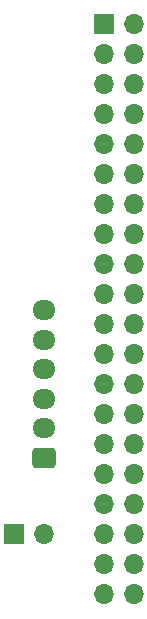
<source format=gbr>
%TF.GenerationSoftware,KiCad,Pcbnew,8.0.8*%
%TF.CreationDate,2025-02-04T18:57:16-05:00*%
%TF.ProjectId,zuul,7a75756c-2e6b-4696-9361-645f70636258,rev?*%
%TF.SameCoordinates,Original*%
%TF.FileFunction,Soldermask,Bot*%
%TF.FilePolarity,Negative*%
%FSLAX46Y46*%
G04 Gerber Fmt 4.6, Leading zero omitted, Abs format (unit mm)*
G04 Created by KiCad (PCBNEW 8.0.8) date 2025-02-04 18:57:16*
%MOMM*%
%LPD*%
G01*
G04 APERTURE LIST*
G04 Aperture macros list*
%AMRoundRect*
0 Rectangle with rounded corners*
0 $1 Rounding radius*
0 $2 $3 $4 $5 $6 $7 $8 $9 X,Y pos of 4 corners*
0 Add a 4 corners polygon primitive as box body*
4,1,4,$2,$3,$4,$5,$6,$7,$8,$9,$2,$3,0*
0 Add four circle primitives for the rounded corners*
1,1,$1+$1,$2,$3*
1,1,$1+$1,$4,$5*
1,1,$1+$1,$6,$7*
1,1,$1+$1,$8,$9*
0 Add four rect primitives between the rounded corners*
20,1,$1+$1,$2,$3,$4,$5,0*
20,1,$1+$1,$4,$5,$6,$7,0*
20,1,$1+$1,$6,$7,$8,$9,0*
20,1,$1+$1,$8,$9,$2,$3,0*%
G04 Aperture macros list end*
%ADD10R,1.700000X1.700000*%
%ADD11O,1.700000X1.700000*%
%ADD12RoundRect,0.250000X0.725000X-0.600000X0.725000X0.600000X-0.725000X0.600000X-0.725000X-0.600000X0*%
%ADD13O,1.950000X1.700000*%
G04 APERTURE END LIST*
D10*
%TO.C,J2*%
X33020000Y-73660000D03*
D11*
X35560000Y-73660000D03*
%TD*%
D12*
%TO.C,J5*%
X35560000Y-67210000D03*
D13*
X35560000Y-64710000D03*
X35560000Y-62210000D03*
X35560000Y-59710000D03*
X35560000Y-57210000D03*
X35560000Y-54710000D03*
%TD*%
D10*
%TO.C,J1*%
X40640000Y-30480000D03*
D11*
X43180000Y-30480000D03*
X40640000Y-33020000D03*
X43180000Y-33020000D03*
X40640000Y-35560000D03*
X43180000Y-35560000D03*
X40640000Y-38100000D03*
X43180000Y-38100000D03*
X40640000Y-40640000D03*
X43180000Y-40640000D03*
X40640000Y-43180000D03*
X43180000Y-43180000D03*
X40640000Y-45720000D03*
X43180000Y-45720000D03*
X40640000Y-48260000D03*
X43180000Y-48260000D03*
X40640000Y-50800000D03*
X43180000Y-50800000D03*
X40640000Y-53340000D03*
X43180000Y-53340000D03*
X40640000Y-55880000D03*
X43180000Y-55880000D03*
X40640000Y-58420000D03*
X43180000Y-58420000D03*
X40640000Y-60960000D03*
X43180000Y-60960000D03*
X40640000Y-63500000D03*
X43180000Y-63500000D03*
X40640000Y-66040000D03*
X43180000Y-66040000D03*
X40640000Y-68580000D03*
X43180000Y-68580000D03*
X40640000Y-71120000D03*
X43180000Y-71120000D03*
X40640000Y-73660000D03*
X43180000Y-73660000D03*
X40640000Y-76200000D03*
X43180000Y-76200000D03*
X40640000Y-78740000D03*
X43180000Y-78740000D03*
%TD*%
M02*

</source>
